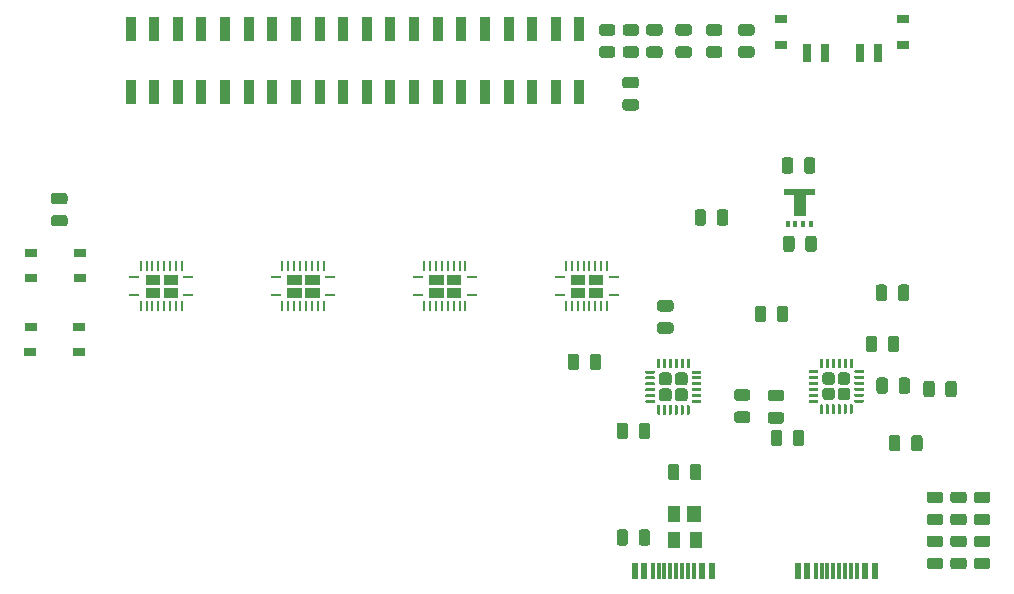
<source format=gbr>
%TF.GenerationSoftware,KiCad,Pcbnew,5.1.6+dfsg1-1~bpo10+1*%
%TF.CreationDate,2020-09-02T15:08:30+01:00*%
%TF.ProjectId,Ultra96-IO-Mezzanine,556c7472-6139-4362-9d49-4f2d4d657a7a,A*%
%TF.SameCoordinates,Original*%
%TF.FileFunction,Paste,Top*%
%TF.FilePolarity,Positive*%
%FSLAX46Y46*%
G04 Gerber Fmt 4.6, Leading zero omitted, Abs format (unit mm)*
G04 Created by KiCad (PCBNEW 5.1.6+dfsg1-1~bpo10+1) date 2020-09-02 15:08:30*
%MOMM*%
%LPD*%
G01*
G04 APERTURE LIST*
%ADD10C,0.010000*%
%ADD11R,0.860000X0.260000*%
%ADD12R,0.260000X0.860000*%
%ADD13R,1.050000X0.650000*%
%ADD14R,1.000000X0.800000*%
%ADD15R,0.700000X1.500000*%
%ADD16R,0.400000X0.550000*%
%ADD17R,0.600000X1.450000*%
%ADD18R,0.300000X1.450000*%
%ADD19R,0.890000X2.100000*%
%ADD20R,1.000000X1.400000*%
%ADD21R,1.200000X1.400000*%
G04 APERTURE END LIST*
D10*
%TO.C,U7*%
G36*
X148791600Y-122970400D02*
G01*
X148791600Y-122210400D01*
X149931600Y-122210400D01*
X149931600Y-122970400D01*
X148791600Y-122970400D01*
G37*
X148791600Y-122970400D02*
X148791600Y-122210400D01*
X149931600Y-122210400D01*
X149931600Y-122970400D01*
X148791600Y-122970400D01*
G36*
X148791600Y-123990400D02*
G01*
X148791600Y-123230400D01*
X149931600Y-123230400D01*
X149931600Y-123990400D01*
X148791600Y-123990400D01*
G37*
X148791600Y-123990400D02*
X148791600Y-123230400D01*
X149931600Y-123230400D01*
X149931600Y-123990400D01*
X148791600Y-123990400D01*
G36*
X147271600Y-123990400D02*
G01*
X147271600Y-123230400D01*
X148411600Y-123230400D01*
X148411600Y-123990400D01*
X147271600Y-123990400D01*
G37*
X147271600Y-123990400D02*
X147271600Y-123230400D01*
X148411600Y-123230400D01*
X148411600Y-123990400D01*
X147271600Y-123990400D01*
G36*
X147271600Y-122970400D02*
G01*
X147271600Y-122210400D01*
X148411600Y-122210400D01*
X148411600Y-122970400D01*
X147271600Y-122970400D01*
G37*
X147271600Y-122970400D02*
X147271600Y-122210400D01*
X148411600Y-122210400D01*
X148411600Y-122970400D01*
X147271600Y-122970400D01*
%TO.C,U6*%
G36*
X136791600Y-122970400D02*
G01*
X136791600Y-122210400D01*
X137931600Y-122210400D01*
X137931600Y-122970400D01*
X136791600Y-122970400D01*
G37*
X136791600Y-122970400D02*
X136791600Y-122210400D01*
X137931600Y-122210400D01*
X137931600Y-122970400D01*
X136791600Y-122970400D01*
G36*
X136791600Y-123990400D02*
G01*
X136791600Y-123230400D01*
X137931600Y-123230400D01*
X137931600Y-123990400D01*
X136791600Y-123990400D01*
G37*
X136791600Y-123990400D02*
X136791600Y-123230400D01*
X137931600Y-123230400D01*
X137931600Y-123990400D01*
X136791600Y-123990400D01*
G36*
X135271600Y-123990400D02*
G01*
X135271600Y-123230400D01*
X136411600Y-123230400D01*
X136411600Y-123990400D01*
X135271600Y-123990400D01*
G37*
X135271600Y-123990400D02*
X135271600Y-123230400D01*
X136411600Y-123230400D01*
X136411600Y-123990400D01*
X135271600Y-123990400D01*
G36*
X135271600Y-122970400D02*
G01*
X135271600Y-122210400D01*
X136411600Y-122210400D01*
X136411600Y-122970400D01*
X135271600Y-122970400D01*
G37*
X135271600Y-122970400D02*
X135271600Y-122210400D01*
X136411600Y-122210400D01*
X136411600Y-122970400D01*
X135271600Y-122970400D01*
%TO.C,U5*%
G36*
X124791600Y-122970400D02*
G01*
X124791600Y-122210400D01*
X125931600Y-122210400D01*
X125931600Y-122970400D01*
X124791600Y-122970400D01*
G37*
X124791600Y-122970400D02*
X124791600Y-122210400D01*
X125931600Y-122210400D01*
X125931600Y-122970400D01*
X124791600Y-122970400D01*
G36*
X124791600Y-123990400D02*
G01*
X124791600Y-123230400D01*
X125931600Y-123230400D01*
X125931600Y-123990400D01*
X124791600Y-123990400D01*
G37*
X124791600Y-123990400D02*
X124791600Y-123230400D01*
X125931600Y-123230400D01*
X125931600Y-123990400D01*
X124791600Y-123990400D01*
G36*
X123271600Y-123990400D02*
G01*
X123271600Y-123230400D01*
X124411600Y-123230400D01*
X124411600Y-123990400D01*
X123271600Y-123990400D01*
G37*
X123271600Y-123990400D02*
X123271600Y-123230400D01*
X124411600Y-123230400D01*
X124411600Y-123990400D01*
X123271600Y-123990400D01*
G36*
X123271600Y-122970400D02*
G01*
X123271600Y-122210400D01*
X124411600Y-122210400D01*
X124411600Y-122970400D01*
X123271600Y-122970400D01*
G37*
X123271600Y-122970400D02*
X123271600Y-122210400D01*
X124411600Y-122210400D01*
X124411600Y-122970400D01*
X123271600Y-122970400D01*
%TO.C,U3*%
G36*
X112791600Y-122970400D02*
G01*
X112791600Y-122210400D01*
X113931600Y-122210400D01*
X113931600Y-122970400D01*
X112791600Y-122970400D01*
G37*
X112791600Y-122970400D02*
X112791600Y-122210400D01*
X113931600Y-122210400D01*
X113931600Y-122970400D01*
X112791600Y-122970400D01*
G36*
X112791600Y-123990400D02*
G01*
X112791600Y-123230400D01*
X113931600Y-123230400D01*
X113931600Y-123990400D01*
X112791600Y-123990400D01*
G37*
X112791600Y-123990400D02*
X112791600Y-123230400D01*
X113931600Y-123230400D01*
X113931600Y-123990400D01*
X112791600Y-123990400D01*
G36*
X111271600Y-123990400D02*
G01*
X111271600Y-123230400D01*
X112411600Y-123230400D01*
X112411600Y-123990400D01*
X111271600Y-123990400D01*
G37*
X111271600Y-123990400D02*
X111271600Y-123230400D01*
X112411600Y-123230400D01*
X112411600Y-123990400D01*
X111271600Y-123990400D01*
G36*
X111271600Y-122970400D02*
G01*
X111271600Y-122210400D01*
X112411600Y-122210400D01*
X112411600Y-122970400D01*
X111271600Y-122970400D01*
G37*
X111271600Y-122970400D02*
X111271600Y-122210400D01*
X112411600Y-122210400D01*
X112411600Y-122970400D01*
X111271600Y-122970400D01*
%TO.C,Q1*%
G36*
X166146500Y-117075200D02*
G01*
X166146500Y-115335200D01*
X167076500Y-115335200D01*
X167076500Y-117075200D01*
X166146500Y-117075200D01*
G37*
X166146500Y-117075200D02*
X166146500Y-115335200D01*
X167076500Y-115335200D01*
X167076500Y-117075200D01*
X166146500Y-117075200D01*
G36*
X165361500Y-115285200D02*
G01*
X165361500Y-114885200D01*
X165911500Y-114885200D01*
X165911500Y-115285200D01*
X165361500Y-115285200D01*
G37*
X165361500Y-115285200D02*
X165361500Y-114885200D01*
X165911500Y-114885200D01*
X165911500Y-115285200D01*
X165361500Y-115285200D01*
G36*
X166011500Y-115285200D02*
G01*
X166011500Y-114885200D01*
X166561500Y-114885200D01*
X166561500Y-115285200D01*
X166011500Y-115285200D01*
G37*
X166011500Y-115285200D02*
X166011500Y-114885200D01*
X166561500Y-114885200D01*
X166561500Y-115285200D01*
X166011500Y-115285200D01*
G36*
X166661500Y-115285200D02*
G01*
X166661500Y-114885200D01*
X167211500Y-114885200D01*
X167211500Y-115285200D01*
X166661500Y-115285200D01*
G37*
X166661500Y-115285200D02*
X166661500Y-114885200D01*
X167211500Y-114885200D01*
X167211500Y-115285200D01*
X166661500Y-115285200D01*
G36*
X167311500Y-115285200D02*
G01*
X167311500Y-114885200D01*
X167861500Y-114885200D01*
X167861500Y-115285200D01*
X167311500Y-115285200D01*
G37*
X167311500Y-115285200D02*
X167311500Y-114885200D01*
X167861500Y-114885200D01*
X167861500Y-115285200D01*
X167311500Y-115285200D01*
%TD*%
%TO.C,R13*%
G36*
G01*
X179643750Y-142387500D02*
X180556250Y-142387500D01*
G75*
G02*
X180800000Y-142631250I0J-243750D01*
G01*
X180800000Y-143118750D01*
G75*
G02*
X180556250Y-143362500I-243750J0D01*
G01*
X179643750Y-143362500D01*
G75*
G02*
X179400000Y-143118750I0J243750D01*
G01*
X179400000Y-142631250D01*
G75*
G02*
X179643750Y-142387500I243750J0D01*
G01*
G37*
G36*
G01*
X179643750Y-140512500D02*
X180556250Y-140512500D01*
G75*
G02*
X180800000Y-140756250I0J-243750D01*
G01*
X180800000Y-141243750D01*
G75*
G02*
X180556250Y-141487500I-243750J0D01*
G01*
X179643750Y-141487500D01*
G75*
G02*
X179400000Y-141243750I0J243750D01*
G01*
X179400000Y-140756250D01*
G75*
G02*
X179643750Y-140512500I243750J0D01*
G01*
G37*
%TD*%
%TO.C,R12*%
G36*
G01*
X181643750Y-142387500D02*
X182556250Y-142387500D01*
G75*
G02*
X182800000Y-142631250I0J-243750D01*
G01*
X182800000Y-143118750D01*
G75*
G02*
X182556250Y-143362500I-243750J0D01*
G01*
X181643750Y-143362500D01*
G75*
G02*
X181400000Y-143118750I0J243750D01*
G01*
X181400000Y-142631250D01*
G75*
G02*
X181643750Y-142387500I243750J0D01*
G01*
G37*
G36*
G01*
X181643750Y-140512500D02*
X182556250Y-140512500D01*
G75*
G02*
X182800000Y-140756250I0J-243750D01*
G01*
X182800000Y-141243750D01*
G75*
G02*
X182556250Y-141487500I-243750J0D01*
G01*
X181643750Y-141487500D01*
G75*
G02*
X181400000Y-141243750I0J243750D01*
G01*
X181400000Y-140756250D01*
G75*
G02*
X181643750Y-140512500I243750J0D01*
G01*
G37*
%TD*%
%TO.C,R11*%
G36*
G01*
X177643750Y-142387500D02*
X178556250Y-142387500D01*
G75*
G02*
X178800000Y-142631250I0J-243750D01*
G01*
X178800000Y-143118750D01*
G75*
G02*
X178556250Y-143362500I-243750J0D01*
G01*
X177643750Y-143362500D01*
G75*
G02*
X177400000Y-143118750I0J243750D01*
G01*
X177400000Y-142631250D01*
G75*
G02*
X177643750Y-142387500I243750J0D01*
G01*
G37*
G36*
G01*
X177643750Y-140512500D02*
X178556250Y-140512500D01*
G75*
G02*
X178800000Y-140756250I0J-243750D01*
G01*
X178800000Y-141243750D01*
G75*
G02*
X178556250Y-141487500I-243750J0D01*
G01*
X177643750Y-141487500D01*
G75*
G02*
X177400000Y-141243750I0J243750D01*
G01*
X177400000Y-140756250D01*
G75*
G02*
X177643750Y-140512500I243750J0D01*
G01*
G37*
%TD*%
%TO.C,D10*%
G36*
G01*
X180556250Y-145212500D02*
X179643750Y-145212500D01*
G75*
G02*
X179400000Y-144968750I0J243750D01*
G01*
X179400000Y-144481250D01*
G75*
G02*
X179643750Y-144237500I243750J0D01*
G01*
X180556250Y-144237500D01*
G75*
G02*
X180800000Y-144481250I0J-243750D01*
G01*
X180800000Y-144968750D01*
G75*
G02*
X180556250Y-145212500I-243750J0D01*
G01*
G37*
G36*
G01*
X180556250Y-147087500D02*
X179643750Y-147087500D01*
G75*
G02*
X179400000Y-146843750I0J243750D01*
G01*
X179400000Y-146356250D01*
G75*
G02*
X179643750Y-146112500I243750J0D01*
G01*
X180556250Y-146112500D01*
G75*
G02*
X180800000Y-146356250I0J-243750D01*
G01*
X180800000Y-146843750D01*
G75*
G02*
X180556250Y-147087500I-243750J0D01*
G01*
G37*
%TD*%
%TO.C,D9*%
G36*
G01*
X182556250Y-145212500D02*
X181643750Y-145212500D01*
G75*
G02*
X181400000Y-144968750I0J243750D01*
G01*
X181400000Y-144481250D01*
G75*
G02*
X181643750Y-144237500I243750J0D01*
G01*
X182556250Y-144237500D01*
G75*
G02*
X182800000Y-144481250I0J-243750D01*
G01*
X182800000Y-144968750D01*
G75*
G02*
X182556250Y-145212500I-243750J0D01*
G01*
G37*
G36*
G01*
X182556250Y-147087500D02*
X181643750Y-147087500D01*
G75*
G02*
X181400000Y-146843750I0J243750D01*
G01*
X181400000Y-146356250D01*
G75*
G02*
X181643750Y-146112500I243750J0D01*
G01*
X182556250Y-146112500D01*
G75*
G02*
X182800000Y-146356250I0J-243750D01*
G01*
X182800000Y-146843750D01*
G75*
G02*
X182556250Y-147087500I-243750J0D01*
G01*
G37*
%TD*%
%TO.C,D8*%
G36*
G01*
X178556250Y-145212500D02*
X177643750Y-145212500D01*
G75*
G02*
X177400000Y-144968750I0J243750D01*
G01*
X177400000Y-144481250D01*
G75*
G02*
X177643750Y-144237500I243750J0D01*
G01*
X178556250Y-144237500D01*
G75*
G02*
X178800000Y-144481250I0J-243750D01*
G01*
X178800000Y-144968750D01*
G75*
G02*
X178556250Y-145212500I-243750J0D01*
G01*
G37*
G36*
G01*
X178556250Y-147087500D02*
X177643750Y-147087500D01*
G75*
G02*
X177400000Y-146843750I0J243750D01*
G01*
X177400000Y-146356250D01*
G75*
G02*
X177643750Y-146112500I243750J0D01*
G01*
X178556250Y-146112500D01*
G75*
G02*
X178800000Y-146356250I0J-243750D01*
G01*
X178800000Y-146843750D01*
G75*
G02*
X178556250Y-147087500I-243750J0D01*
G01*
G37*
%TD*%
D11*
%TO.C,U7*%
X150887600Y-123862400D03*
X150887600Y-122338400D03*
X146315600Y-122338400D03*
X146315600Y-123862400D03*
D12*
X146851600Y-124785400D03*
X147351600Y-124785400D03*
X147851600Y-124785400D03*
X148351600Y-124785400D03*
X148851600Y-124785400D03*
X149351600Y-124785400D03*
X149851600Y-124785400D03*
X150351600Y-124785400D03*
X150351600Y-121415400D03*
X149851600Y-121415400D03*
X149351600Y-121415400D03*
X148851600Y-121415400D03*
X148351600Y-121415400D03*
X147851600Y-121415400D03*
X147351600Y-121415400D03*
X146851600Y-121415400D03*
%TD*%
D11*
%TO.C,U6*%
X138887600Y-123862400D03*
X138887600Y-122338400D03*
X134315600Y-122338400D03*
X134315600Y-123862400D03*
D12*
X134851600Y-124785400D03*
X135351600Y-124785400D03*
X135851600Y-124785400D03*
X136351600Y-124785400D03*
X136851600Y-124785400D03*
X137351600Y-124785400D03*
X137851600Y-124785400D03*
X138351600Y-124785400D03*
X138351600Y-121415400D03*
X137851600Y-121415400D03*
X137351600Y-121415400D03*
X136851600Y-121415400D03*
X136351600Y-121415400D03*
X135851600Y-121415400D03*
X135351600Y-121415400D03*
X134851600Y-121415400D03*
%TD*%
D11*
%TO.C,U5*%
X126887600Y-123862400D03*
X126887600Y-122338400D03*
X122315600Y-122338400D03*
X122315600Y-123862400D03*
D12*
X122851600Y-124785400D03*
X123351600Y-124785400D03*
X123851600Y-124785400D03*
X124351600Y-124785400D03*
X124851600Y-124785400D03*
X125351600Y-124785400D03*
X125851600Y-124785400D03*
X126351600Y-124785400D03*
X126351600Y-121415400D03*
X125851600Y-121415400D03*
X125351600Y-121415400D03*
X124851600Y-121415400D03*
X124351600Y-121415400D03*
X123851600Y-121415400D03*
X123351600Y-121415400D03*
X122851600Y-121415400D03*
%TD*%
%TO.C,U3*%
X110851600Y-121415400D03*
X111351600Y-121415400D03*
X111851600Y-121415400D03*
X112351600Y-121415400D03*
X112851600Y-121415400D03*
X113351600Y-121415400D03*
X113851600Y-121415400D03*
X114351600Y-121415400D03*
X114351600Y-124785400D03*
X113851600Y-124785400D03*
X113351600Y-124785400D03*
X112851600Y-124785400D03*
X112351600Y-124785400D03*
X111851600Y-124785400D03*
X111351600Y-124785400D03*
X110851600Y-124785400D03*
D11*
X110315600Y-123862400D03*
X110315600Y-122338400D03*
X114887600Y-122338400D03*
X114887600Y-123862400D03*
%TD*%
D13*
%TO.C,RST*%
X101540000Y-126555000D03*
X101515000Y-128705000D03*
X105665000Y-126555000D03*
X105665000Y-128705000D03*
%TD*%
%TO.C,PWR*%
X101610000Y-120305000D03*
X101585000Y-122455000D03*
X105735000Y-120305000D03*
X105735000Y-122455000D03*
%TD*%
D14*
%TO.C,5v|3v3|1v8*%
X175410000Y-102690000D03*
X165110000Y-102690000D03*
X165110000Y-100480000D03*
X175410000Y-100480000D03*
D15*
X167260000Y-103340000D03*
X168760000Y-103340000D03*
X171760000Y-103340000D03*
X173260000Y-103340000D03*
%TD*%
%TO.C,R10*%
G36*
G01*
X151880450Y-107267600D02*
X152792950Y-107267600D01*
G75*
G02*
X153036700Y-107511350I0J-243750D01*
G01*
X153036700Y-107998850D01*
G75*
G02*
X152792950Y-108242600I-243750J0D01*
G01*
X151880450Y-108242600D01*
G75*
G02*
X151636700Y-107998850I0J243750D01*
G01*
X151636700Y-107511350D01*
G75*
G02*
X151880450Y-107267600I243750J0D01*
G01*
G37*
G36*
G01*
X151880450Y-105392600D02*
X152792950Y-105392600D01*
G75*
G02*
X153036700Y-105636350I0J-243750D01*
G01*
X153036700Y-106123850D01*
G75*
G02*
X152792950Y-106367600I-243750J0D01*
G01*
X151880450Y-106367600D01*
G75*
G02*
X151636700Y-106123850I0J243750D01*
G01*
X151636700Y-105636350D01*
G75*
G02*
X151880450Y-105392600I243750J0D01*
G01*
G37*
%TD*%
%TO.C,R9*%
G36*
G01*
X166112500Y-112443750D02*
X166112500Y-113356250D01*
G75*
G02*
X165868750Y-113600000I-243750J0D01*
G01*
X165381250Y-113600000D01*
G75*
G02*
X165137500Y-113356250I0J243750D01*
G01*
X165137500Y-112443750D01*
G75*
G02*
X165381250Y-112200000I243750J0D01*
G01*
X165868750Y-112200000D01*
G75*
G02*
X166112500Y-112443750I0J-243750D01*
G01*
G37*
G36*
G01*
X167987500Y-112443750D02*
X167987500Y-113356250D01*
G75*
G02*
X167743750Y-113600000I-243750J0D01*
G01*
X167256250Y-113600000D01*
G75*
G02*
X167012500Y-113356250I0J243750D01*
G01*
X167012500Y-112443750D01*
G75*
G02*
X167256250Y-112200000I243750J0D01*
G01*
X167743750Y-112200000D01*
G75*
G02*
X167987500Y-112443750I0J-243750D01*
G01*
G37*
%TD*%
%TO.C,R8*%
G36*
G01*
X163814300Y-125019950D02*
X163814300Y-125932450D01*
G75*
G02*
X163570550Y-126176200I-243750J0D01*
G01*
X163083050Y-126176200D01*
G75*
G02*
X162839300Y-125932450I0J243750D01*
G01*
X162839300Y-125019950D01*
G75*
G02*
X163083050Y-124776200I243750J0D01*
G01*
X163570550Y-124776200D01*
G75*
G02*
X163814300Y-125019950I0J-243750D01*
G01*
G37*
G36*
G01*
X165689300Y-125019950D02*
X165689300Y-125932450D01*
G75*
G02*
X165445550Y-126176200I-243750J0D01*
G01*
X164958050Y-126176200D01*
G75*
G02*
X164714300Y-125932450I0J243750D01*
G01*
X164714300Y-125019950D01*
G75*
G02*
X164958050Y-124776200I243750J0D01*
G01*
X165445550Y-124776200D01*
G75*
G02*
X165689300Y-125019950I0J-243750D01*
G01*
G37*
%TD*%
%TO.C,R7*%
G36*
G01*
X167114600Y-119988850D02*
X167114600Y-119076350D01*
G75*
G02*
X167358350Y-118832600I243750J0D01*
G01*
X167845850Y-118832600D01*
G75*
G02*
X168089600Y-119076350I0J-243750D01*
G01*
X168089600Y-119988850D01*
G75*
G02*
X167845850Y-120232600I-243750J0D01*
G01*
X167358350Y-120232600D01*
G75*
G02*
X167114600Y-119988850I0J243750D01*
G01*
G37*
G36*
G01*
X165239600Y-119988850D02*
X165239600Y-119076350D01*
G75*
G02*
X165483350Y-118832600I243750J0D01*
G01*
X165970850Y-118832600D01*
G75*
G02*
X166214600Y-119076350I0J-243750D01*
G01*
X166214600Y-119988850D01*
G75*
G02*
X165970850Y-120232600I-243750J0D01*
G01*
X165483350Y-120232600D01*
G75*
G02*
X165239600Y-119988850I0J243750D01*
G01*
G37*
%TD*%
%TO.C,R6*%
G36*
G01*
X159629700Y-117766350D02*
X159629700Y-116853850D01*
G75*
G02*
X159873450Y-116610100I243750J0D01*
G01*
X160360950Y-116610100D01*
G75*
G02*
X160604700Y-116853850I0J-243750D01*
G01*
X160604700Y-117766350D01*
G75*
G02*
X160360950Y-118010100I-243750J0D01*
G01*
X159873450Y-118010100D01*
G75*
G02*
X159629700Y-117766350I0J243750D01*
G01*
G37*
G36*
G01*
X157754700Y-117766350D02*
X157754700Y-116853850D01*
G75*
G02*
X157998450Y-116610100I243750J0D01*
G01*
X158485950Y-116610100D01*
G75*
G02*
X158729700Y-116853850I0J-243750D01*
G01*
X158729700Y-117766350D01*
G75*
G02*
X158485950Y-118010100I-243750J0D01*
G01*
X157998450Y-118010100D01*
G75*
G02*
X157754700Y-117766350I0J243750D01*
G01*
G37*
%TD*%
%TO.C,R5*%
G36*
G01*
X157276250Y-101907500D02*
X156363750Y-101907500D01*
G75*
G02*
X156120000Y-101663750I0J243750D01*
G01*
X156120000Y-101176250D01*
G75*
G02*
X156363750Y-100932500I243750J0D01*
G01*
X157276250Y-100932500D01*
G75*
G02*
X157520000Y-101176250I0J-243750D01*
G01*
X157520000Y-101663750D01*
G75*
G02*
X157276250Y-101907500I-243750J0D01*
G01*
G37*
G36*
G01*
X157276250Y-103782500D02*
X156363750Y-103782500D01*
G75*
G02*
X156120000Y-103538750I0J243750D01*
G01*
X156120000Y-103051250D01*
G75*
G02*
X156363750Y-102807500I243750J0D01*
G01*
X157276250Y-102807500D01*
G75*
G02*
X157520000Y-103051250I0J-243750D01*
G01*
X157520000Y-103538750D01*
G75*
G02*
X157276250Y-103782500I-243750J0D01*
G01*
G37*
%TD*%
%TO.C,R4*%
G36*
G01*
X154806250Y-101907500D02*
X153893750Y-101907500D01*
G75*
G02*
X153650000Y-101663750I0J243750D01*
G01*
X153650000Y-101176250D01*
G75*
G02*
X153893750Y-100932500I243750J0D01*
G01*
X154806250Y-100932500D01*
G75*
G02*
X155050000Y-101176250I0J-243750D01*
G01*
X155050000Y-101663750D01*
G75*
G02*
X154806250Y-101907500I-243750J0D01*
G01*
G37*
G36*
G01*
X154806250Y-103782500D02*
X153893750Y-103782500D01*
G75*
G02*
X153650000Y-103538750I0J243750D01*
G01*
X153650000Y-103051250D01*
G75*
G02*
X153893750Y-102807500I243750J0D01*
G01*
X154806250Y-102807500D01*
G75*
G02*
X155050000Y-103051250I0J-243750D01*
G01*
X155050000Y-103538750D01*
G75*
G02*
X154806250Y-103782500I-243750J0D01*
G01*
G37*
%TD*%
%TO.C,R3*%
G36*
G01*
X175176200Y-135954650D02*
X175176200Y-136867150D01*
G75*
G02*
X174932450Y-137110900I-243750J0D01*
G01*
X174444950Y-137110900D01*
G75*
G02*
X174201200Y-136867150I0J243750D01*
G01*
X174201200Y-135954650D01*
G75*
G02*
X174444950Y-135710900I243750J0D01*
G01*
X174932450Y-135710900D01*
G75*
G02*
X175176200Y-135954650I0J-243750D01*
G01*
G37*
G36*
G01*
X177051200Y-135954650D02*
X177051200Y-136867150D01*
G75*
G02*
X176807450Y-137110900I-243750J0D01*
G01*
X176319950Y-137110900D01*
G75*
G02*
X176076200Y-136867150I0J243750D01*
G01*
X176076200Y-135954650D01*
G75*
G02*
X176319950Y-135710900I243750J0D01*
G01*
X176807450Y-135710900D01*
G75*
G02*
X177051200Y-135954650I0J-243750D01*
G01*
G37*
%TD*%
%TO.C,R2*%
G36*
G01*
X174112300Y-128472450D02*
X174112300Y-127559950D01*
G75*
G02*
X174356050Y-127316200I243750J0D01*
G01*
X174843550Y-127316200D01*
G75*
G02*
X175087300Y-127559950I0J-243750D01*
G01*
X175087300Y-128472450D01*
G75*
G02*
X174843550Y-128716200I-243750J0D01*
G01*
X174356050Y-128716200D01*
G75*
G02*
X174112300Y-128472450I0J243750D01*
G01*
G37*
G36*
G01*
X172237300Y-128472450D02*
X172237300Y-127559950D01*
G75*
G02*
X172481050Y-127316200I243750J0D01*
G01*
X172968550Y-127316200D01*
G75*
G02*
X173212300Y-127559950I0J-243750D01*
G01*
X173212300Y-128472450D01*
G75*
G02*
X172968550Y-128716200I-243750J0D01*
G01*
X172481050Y-128716200D01*
G75*
G02*
X172237300Y-128472450I0J243750D01*
G01*
G37*
%TD*%
%TO.C,R1*%
G36*
G01*
X174122100Y-131090550D02*
X174122100Y-132003050D01*
G75*
G02*
X173878350Y-132246800I-243750J0D01*
G01*
X173390850Y-132246800D01*
G75*
G02*
X173147100Y-132003050I0J243750D01*
G01*
X173147100Y-131090550D01*
G75*
G02*
X173390850Y-130846800I243750J0D01*
G01*
X173878350Y-130846800D01*
G75*
G02*
X174122100Y-131090550I0J-243750D01*
G01*
G37*
G36*
G01*
X175997100Y-131090550D02*
X175997100Y-132003050D01*
G75*
G02*
X175753350Y-132246800I-243750J0D01*
G01*
X175265850Y-132246800D01*
G75*
G02*
X175022100Y-132003050I0J243750D01*
G01*
X175022100Y-131090550D01*
G75*
G02*
X175265850Y-130846800I243750J0D01*
G01*
X175753350Y-130846800D01*
G75*
G02*
X175997100Y-131090550I0J-243750D01*
G01*
G37*
%TD*%
D16*
%TO.C,Q1*%
X167586500Y-117885200D03*
X165636500Y-117885200D03*
X166936500Y-117885200D03*
X166286500Y-117885200D03*
%TD*%
%TO.C,D7*%
G36*
G01*
X165099250Y-132872500D02*
X164186750Y-132872500D01*
G75*
G02*
X163943000Y-132628750I0J243750D01*
G01*
X163943000Y-132141250D01*
G75*
G02*
X164186750Y-131897500I243750J0D01*
G01*
X165099250Y-131897500D01*
G75*
G02*
X165343000Y-132141250I0J-243750D01*
G01*
X165343000Y-132628750D01*
G75*
G02*
X165099250Y-132872500I-243750J0D01*
G01*
G37*
G36*
G01*
X165099250Y-134747500D02*
X164186750Y-134747500D01*
G75*
G02*
X163943000Y-134503750I0J243750D01*
G01*
X163943000Y-134016250D01*
G75*
G02*
X164186750Y-133772500I243750J0D01*
G01*
X165099250Y-133772500D01*
G75*
G02*
X165343000Y-134016250I0J-243750D01*
G01*
X165343000Y-134503750D01*
G75*
G02*
X165099250Y-134747500I-243750J0D01*
G01*
G37*
%TD*%
%TO.C,D6*%
G36*
G01*
X152117600Y-143942950D02*
X152117600Y-144855450D01*
G75*
G02*
X151873850Y-145099200I-243750J0D01*
G01*
X151386350Y-145099200D01*
G75*
G02*
X151142600Y-144855450I0J243750D01*
G01*
X151142600Y-143942950D01*
G75*
G02*
X151386350Y-143699200I243750J0D01*
G01*
X151873850Y-143699200D01*
G75*
G02*
X152117600Y-143942950I0J-243750D01*
G01*
G37*
G36*
G01*
X153992600Y-143942950D02*
X153992600Y-144855450D01*
G75*
G02*
X153748850Y-145099200I-243750J0D01*
G01*
X153261350Y-145099200D01*
G75*
G02*
X153017600Y-144855450I0J243750D01*
G01*
X153017600Y-143942950D01*
G75*
G02*
X153261350Y-143699200I243750J0D01*
G01*
X153748850Y-143699200D01*
G75*
G02*
X153992600Y-143942950I0J-243750D01*
G01*
G37*
%TD*%
%TO.C,D5*%
G36*
G01*
X162241750Y-132821700D02*
X161329250Y-132821700D01*
G75*
G02*
X161085500Y-132577950I0J243750D01*
G01*
X161085500Y-132090450D01*
G75*
G02*
X161329250Y-131846700I243750J0D01*
G01*
X162241750Y-131846700D01*
G75*
G02*
X162485500Y-132090450I0J-243750D01*
G01*
X162485500Y-132577950D01*
G75*
G02*
X162241750Y-132821700I-243750J0D01*
G01*
G37*
G36*
G01*
X162241750Y-134696700D02*
X161329250Y-134696700D01*
G75*
G02*
X161085500Y-134452950I0J243750D01*
G01*
X161085500Y-133965450D01*
G75*
G02*
X161329250Y-133721700I243750J0D01*
G01*
X162241750Y-133721700D01*
G75*
G02*
X162485500Y-133965450I0J-243750D01*
G01*
X162485500Y-134452950D01*
G75*
G02*
X162241750Y-134696700I-243750J0D01*
G01*
G37*
%TD*%
%TO.C,D4*%
G36*
G01*
X151893750Y-102807500D02*
X152806250Y-102807500D01*
G75*
G02*
X153050000Y-103051250I0J-243750D01*
G01*
X153050000Y-103538750D01*
G75*
G02*
X152806250Y-103782500I-243750J0D01*
G01*
X151893750Y-103782500D01*
G75*
G02*
X151650000Y-103538750I0J243750D01*
G01*
X151650000Y-103051250D01*
G75*
G02*
X151893750Y-102807500I243750J0D01*
G01*
G37*
G36*
G01*
X151893750Y-100932500D02*
X152806250Y-100932500D01*
G75*
G02*
X153050000Y-101176250I0J-243750D01*
G01*
X153050000Y-101663750D01*
G75*
G02*
X152806250Y-101907500I-243750J0D01*
G01*
X151893750Y-101907500D01*
G75*
G02*
X151650000Y-101663750I0J243750D01*
G01*
X151650000Y-101176250D01*
G75*
G02*
X151893750Y-100932500I243750J0D01*
G01*
G37*
%TD*%
%TO.C,D2*%
G36*
G01*
X162586250Y-101907500D02*
X161673750Y-101907500D01*
G75*
G02*
X161430000Y-101663750I0J243750D01*
G01*
X161430000Y-101176250D01*
G75*
G02*
X161673750Y-100932500I243750J0D01*
G01*
X162586250Y-100932500D01*
G75*
G02*
X162830000Y-101176250I0J-243750D01*
G01*
X162830000Y-101663750D01*
G75*
G02*
X162586250Y-101907500I-243750J0D01*
G01*
G37*
G36*
G01*
X162586250Y-103782500D02*
X161673750Y-103782500D01*
G75*
G02*
X161430000Y-103538750I0J243750D01*
G01*
X161430000Y-103051250D01*
G75*
G02*
X161673750Y-102807500I243750J0D01*
G01*
X162586250Y-102807500D01*
G75*
G02*
X162830000Y-103051250I0J-243750D01*
G01*
X162830000Y-103538750D01*
G75*
G02*
X162586250Y-103782500I-243750J0D01*
G01*
G37*
%TD*%
%TO.C,D1*%
G36*
G01*
X159866250Y-101907500D02*
X158953750Y-101907500D01*
G75*
G02*
X158710000Y-101663750I0J243750D01*
G01*
X158710000Y-101176250D01*
G75*
G02*
X158953750Y-100932500I243750J0D01*
G01*
X159866250Y-100932500D01*
G75*
G02*
X160110000Y-101176250I0J-243750D01*
G01*
X160110000Y-101663750D01*
G75*
G02*
X159866250Y-101907500I-243750J0D01*
G01*
G37*
G36*
G01*
X159866250Y-103782500D02*
X158953750Y-103782500D01*
G75*
G02*
X158710000Y-103538750I0J243750D01*
G01*
X158710000Y-103051250D01*
G75*
G02*
X158953750Y-102807500I243750J0D01*
G01*
X159866250Y-102807500D01*
G75*
G02*
X160110000Y-103051250I0J-243750D01*
G01*
X160110000Y-103538750D01*
G75*
G02*
X159866250Y-103782500I-243750J0D01*
G01*
G37*
%TD*%
%TO.C,C9*%
G36*
G01*
X152125700Y-134913250D02*
X152125700Y-135825750D01*
G75*
G02*
X151881950Y-136069500I-243750J0D01*
G01*
X151394450Y-136069500D01*
G75*
G02*
X151150700Y-135825750I0J243750D01*
G01*
X151150700Y-134913250D01*
G75*
G02*
X151394450Y-134669500I243750J0D01*
G01*
X151881950Y-134669500D01*
G75*
G02*
X152125700Y-134913250I0J-243750D01*
G01*
G37*
G36*
G01*
X154000700Y-134913250D02*
X154000700Y-135825750D01*
G75*
G02*
X153756950Y-136069500I-243750J0D01*
G01*
X153269450Y-136069500D01*
G75*
G02*
X153025700Y-135825750I0J243750D01*
G01*
X153025700Y-134913250D01*
G75*
G02*
X153269450Y-134669500I243750J0D01*
G01*
X153756950Y-134669500D01*
G75*
G02*
X154000700Y-134913250I0J-243750D01*
G01*
G37*
%TD*%
%TO.C,C8*%
G36*
G01*
X149893750Y-102807500D02*
X150806250Y-102807500D01*
G75*
G02*
X151050000Y-103051250I0J-243750D01*
G01*
X151050000Y-103538750D01*
G75*
G02*
X150806250Y-103782500I-243750J0D01*
G01*
X149893750Y-103782500D01*
G75*
G02*
X149650000Y-103538750I0J243750D01*
G01*
X149650000Y-103051250D01*
G75*
G02*
X149893750Y-102807500I243750J0D01*
G01*
G37*
G36*
G01*
X149893750Y-100932500D02*
X150806250Y-100932500D01*
G75*
G02*
X151050000Y-101176250I0J-243750D01*
G01*
X151050000Y-101663750D01*
G75*
G02*
X150806250Y-101907500I-243750J0D01*
G01*
X149893750Y-101907500D01*
G75*
G02*
X149650000Y-101663750I0J243750D01*
G01*
X149650000Y-101176250D01*
G75*
G02*
X149893750Y-100932500I243750J0D01*
G01*
G37*
%TD*%
%TO.C,C7*%
G36*
G01*
X155726650Y-125265200D02*
X154814150Y-125265200D01*
G75*
G02*
X154570400Y-125021450I0J243750D01*
G01*
X154570400Y-124533950D01*
G75*
G02*
X154814150Y-124290200I243750J0D01*
G01*
X155726650Y-124290200D01*
G75*
G02*
X155970400Y-124533950I0J-243750D01*
G01*
X155970400Y-125021450D01*
G75*
G02*
X155726650Y-125265200I-243750J0D01*
G01*
G37*
G36*
G01*
X155726650Y-127140200D02*
X154814150Y-127140200D01*
G75*
G02*
X154570400Y-126896450I0J243750D01*
G01*
X154570400Y-126408950D01*
G75*
G02*
X154814150Y-126165200I243750J0D01*
G01*
X155726650Y-126165200D01*
G75*
G02*
X155970400Y-126408950I0J-243750D01*
G01*
X155970400Y-126896450D01*
G75*
G02*
X155726650Y-127140200I-243750J0D01*
G01*
G37*
%TD*%
%TO.C,C6*%
G36*
G01*
X147972800Y-129071250D02*
X147972800Y-129983750D01*
G75*
G02*
X147729050Y-130227500I-243750J0D01*
G01*
X147241550Y-130227500D01*
G75*
G02*
X146997800Y-129983750I0J243750D01*
G01*
X146997800Y-129071250D01*
G75*
G02*
X147241550Y-128827500I243750J0D01*
G01*
X147729050Y-128827500D01*
G75*
G02*
X147972800Y-129071250I0J-243750D01*
G01*
G37*
G36*
G01*
X149847800Y-129071250D02*
X149847800Y-129983750D01*
G75*
G02*
X149604050Y-130227500I-243750J0D01*
G01*
X149116550Y-130227500D01*
G75*
G02*
X148872800Y-129983750I0J243750D01*
G01*
X148872800Y-129071250D01*
G75*
G02*
X149116550Y-128827500I243750J0D01*
G01*
X149604050Y-128827500D01*
G75*
G02*
X149847800Y-129071250I0J-243750D01*
G01*
G37*
%TD*%
%TO.C,C5*%
G36*
G01*
X166077500Y-136426250D02*
X166077500Y-135513750D01*
G75*
G02*
X166321250Y-135270000I243750J0D01*
G01*
X166808750Y-135270000D01*
G75*
G02*
X167052500Y-135513750I0J-243750D01*
G01*
X167052500Y-136426250D01*
G75*
G02*
X166808750Y-136670000I-243750J0D01*
G01*
X166321250Y-136670000D01*
G75*
G02*
X166077500Y-136426250I0J243750D01*
G01*
G37*
G36*
G01*
X164202500Y-136426250D02*
X164202500Y-135513750D01*
G75*
G02*
X164446250Y-135270000I243750J0D01*
G01*
X164933750Y-135270000D01*
G75*
G02*
X165177500Y-135513750I0J-243750D01*
G01*
X165177500Y-136426250D01*
G75*
G02*
X164933750Y-136670000I-243750J0D01*
G01*
X164446250Y-136670000D01*
G75*
G02*
X164202500Y-136426250I0J243750D01*
G01*
G37*
%TD*%
%TO.C,C4*%
G36*
G01*
X178984500Y-132282450D02*
X178984500Y-131369950D01*
G75*
G02*
X179228250Y-131126200I243750J0D01*
G01*
X179715750Y-131126200D01*
G75*
G02*
X179959500Y-131369950I0J-243750D01*
G01*
X179959500Y-132282450D01*
G75*
G02*
X179715750Y-132526200I-243750J0D01*
G01*
X179228250Y-132526200D01*
G75*
G02*
X178984500Y-132282450I0J243750D01*
G01*
G37*
G36*
G01*
X177109500Y-132282450D02*
X177109500Y-131369950D01*
G75*
G02*
X177353250Y-131126200I243750J0D01*
G01*
X177840750Y-131126200D01*
G75*
G02*
X178084500Y-131369950I0J-243750D01*
G01*
X178084500Y-132282450D01*
G75*
G02*
X177840750Y-132526200I-243750J0D01*
G01*
X177353250Y-132526200D01*
G75*
G02*
X177109500Y-132282450I0J243750D01*
G01*
G37*
%TD*%
%TO.C,C3*%
G36*
G01*
X103503750Y-117087500D02*
X104416250Y-117087500D01*
G75*
G02*
X104660000Y-117331250I0J-243750D01*
G01*
X104660000Y-117818750D01*
G75*
G02*
X104416250Y-118062500I-243750J0D01*
G01*
X103503750Y-118062500D01*
G75*
G02*
X103260000Y-117818750I0J243750D01*
G01*
X103260000Y-117331250D01*
G75*
G02*
X103503750Y-117087500I243750J0D01*
G01*
G37*
G36*
G01*
X103503750Y-115212500D02*
X104416250Y-115212500D01*
G75*
G02*
X104660000Y-115456250I0J-243750D01*
G01*
X104660000Y-115943750D01*
G75*
G02*
X104416250Y-116187500I-243750J0D01*
G01*
X103503750Y-116187500D01*
G75*
G02*
X103260000Y-115943750I0J243750D01*
G01*
X103260000Y-115456250D01*
G75*
G02*
X103503750Y-115212500I243750J0D01*
G01*
G37*
%TD*%
%TO.C,C2*%
G36*
G01*
X157362500Y-139316250D02*
X157362500Y-138403750D01*
G75*
G02*
X157606250Y-138160000I243750J0D01*
G01*
X158093750Y-138160000D01*
G75*
G02*
X158337500Y-138403750I0J-243750D01*
G01*
X158337500Y-139316250D01*
G75*
G02*
X158093750Y-139560000I-243750J0D01*
G01*
X157606250Y-139560000D01*
G75*
G02*
X157362500Y-139316250I0J243750D01*
G01*
G37*
G36*
G01*
X155487500Y-139316250D02*
X155487500Y-138403750D01*
G75*
G02*
X155731250Y-138160000I243750J0D01*
G01*
X156218750Y-138160000D01*
G75*
G02*
X156462500Y-138403750I0J-243750D01*
G01*
X156462500Y-139316250D01*
G75*
G02*
X156218750Y-139560000I-243750J0D01*
G01*
X155731250Y-139560000D01*
G75*
G02*
X155487500Y-139316250I0J243750D01*
G01*
G37*
%TD*%
%TO.C,C1*%
G36*
G01*
X174063200Y-123216550D02*
X174063200Y-124129050D01*
G75*
G02*
X173819450Y-124372800I-243750J0D01*
G01*
X173331950Y-124372800D01*
G75*
G02*
X173088200Y-124129050I0J243750D01*
G01*
X173088200Y-123216550D01*
G75*
G02*
X173331950Y-122972800I243750J0D01*
G01*
X173819450Y-122972800D01*
G75*
G02*
X174063200Y-123216550I0J-243750D01*
G01*
G37*
G36*
G01*
X175938200Y-123216550D02*
X175938200Y-124129050D01*
G75*
G02*
X175694450Y-124372800I-243750J0D01*
G01*
X175206950Y-124372800D01*
G75*
G02*
X174963200Y-124129050I0J243750D01*
G01*
X174963200Y-123216550D01*
G75*
G02*
X175206950Y-122972800I243750J0D01*
G01*
X175694450Y-122972800D01*
G75*
G02*
X175938200Y-123216550I0J-243750D01*
G01*
G37*
%TD*%
%TO.C,U4*%
G36*
G01*
X156925000Y-131505000D02*
X156335000Y-131505000D01*
G75*
G02*
X156085000Y-131255000I0J250000D01*
G01*
X156085000Y-130665000D01*
G75*
G02*
X156335000Y-130415000I250000J0D01*
G01*
X156925000Y-130415000D01*
G75*
G02*
X157175000Y-130665000I0J-250000D01*
G01*
X157175000Y-131255000D01*
G75*
G02*
X156925000Y-131505000I-250000J0D01*
G01*
G37*
G36*
G01*
X155575000Y-131505000D02*
X154985000Y-131505000D01*
G75*
G02*
X154735000Y-131255000I0J250000D01*
G01*
X154735000Y-130665000D01*
G75*
G02*
X154985000Y-130415000I250000J0D01*
G01*
X155575000Y-130415000D01*
G75*
G02*
X155825000Y-130665000I0J-250000D01*
G01*
X155825000Y-131255000D01*
G75*
G02*
X155575000Y-131505000I-250000J0D01*
G01*
G37*
G36*
G01*
X156925000Y-132855000D02*
X156335000Y-132855000D01*
G75*
G02*
X156085000Y-132605000I0J250000D01*
G01*
X156085000Y-132015000D01*
G75*
G02*
X156335000Y-131765000I250000J0D01*
G01*
X156925000Y-131765000D01*
G75*
G02*
X157175000Y-132015000I0J-250000D01*
G01*
X157175000Y-132605000D01*
G75*
G02*
X156925000Y-132855000I-250000J0D01*
G01*
G37*
G36*
G01*
X155575000Y-132855000D02*
X154985000Y-132855000D01*
G75*
G02*
X154735000Y-132605000I0J250000D01*
G01*
X154735000Y-132015000D01*
G75*
G02*
X154985000Y-131765000I250000J0D01*
G01*
X155575000Y-131765000D01*
G75*
G02*
X155825000Y-132015000I0J-250000D01*
G01*
X155825000Y-132605000D01*
G75*
G02*
X155575000Y-132855000I-250000J0D01*
G01*
G37*
G36*
G01*
X154342500Y-133010000D02*
X153642500Y-133010000D01*
G75*
G02*
X153580000Y-132947500I0J62500D01*
G01*
X153580000Y-132822500D01*
G75*
G02*
X153642500Y-132760000I62500J0D01*
G01*
X154342500Y-132760000D01*
G75*
G02*
X154405000Y-132822500I0J-62500D01*
G01*
X154405000Y-132947500D01*
G75*
G02*
X154342500Y-133010000I-62500J0D01*
G01*
G37*
G36*
G01*
X154342500Y-132510000D02*
X153642500Y-132510000D01*
G75*
G02*
X153580000Y-132447500I0J62500D01*
G01*
X153580000Y-132322500D01*
G75*
G02*
X153642500Y-132260000I62500J0D01*
G01*
X154342500Y-132260000D01*
G75*
G02*
X154405000Y-132322500I0J-62500D01*
G01*
X154405000Y-132447500D01*
G75*
G02*
X154342500Y-132510000I-62500J0D01*
G01*
G37*
G36*
G01*
X154342500Y-132010000D02*
X153642500Y-132010000D01*
G75*
G02*
X153580000Y-131947500I0J62500D01*
G01*
X153580000Y-131822500D01*
G75*
G02*
X153642500Y-131760000I62500J0D01*
G01*
X154342500Y-131760000D01*
G75*
G02*
X154405000Y-131822500I0J-62500D01*
G01*
X154405000Y-131947500D01*
G75*
G02*
X154342500Y-132010000I-62500J0D01*
G01*
G37*
G36*
G01*
X154342500Y-131510000D02*
X153642500Y-131510000D01*
G75*
G02*
X153580000Y-131447500I0J62500D01*
G01*
X153580000Y-131322500D01*
G75*
G02*
X153642500Y-131260000I62500J0D01*
G01*
X154342500Y-131260000D01*
G75*
G02*
X154405000Y-131322500I0J-62500D01*
G01*
X154405000Y-131447500D01*
G75*
G02*
X154342500Y-131510000I-62500J0D01*
G01*
G37*
G36*
G01*
X154342500Y-131010000D02*
X153642500Y-131010000D01*
G75*
G02*
X153580000Y-130947500I0J62500D01*
G01*
X153580000Y-130822500D01*
G75*
G02*
X153642500Y-130760000I62500J0D01*
G01*
X154342500Y-130760000D01*
G75*
G02*
X154405000Y-130822500I0J-62500D01*
G01*
X154405000Y-130947500D01*
G75*
G02*
X154342500Y-131010000I-62500J0D01*
G01*
G37*
G36*
G01*
X154342500Y-130510000D02*
X153642500Y-130510000D01*
G75*
G02*
X153580000Y-130447500I0J62500D01*
G01*
X153580000Y-130322500D01*
G75*
G02*
X153642500Y-130260000I62500J0D01*
G01*
X154342500Y-130260000D01*
G75*
G02*
X154405000Y-130322500I0J-62500D01*
G01*
X154405000Y-130447500D01*
G75*
G02*
X154342500Y-130510000I-62500J0D01*
G01*
G37*
G36*
G01*
X154767500Y-130085000D02*
X154642500Y-130085000D01*
G75*
G02*
X154580000Y-130022500I0J62500D01*
G01*
X154580000Y-129322500D01*
G75*
G02*
X154642500Y-129260000I62500J0D01*
G01*
X154767500Y-129260000D01*
G75*
G02*
X154830000Y-129322500I0J-62500D01*
G01*
X154830000Y-130022500D01*
G75*
G02*
X154767500Y-130085000I-62500J0D01*
G01*
G37*
G36*
G01*
X155267500Y-130085000D02*
X155142500Y-130085000D01*
G75*
G02*
X155080000Y-130022500I0J62500D01*
G01*
X155080000Y-129322500D01*
G75*
G02*
X155142500Y-129260000I62500J0D01*
G01*
X155267500Y-129260000D01*
G75*
G02*
X155330000Y-129322500I0J-62500D01*
G01*
X155330000Y-130022500D01*
G75*
G02*
X155267500Y-130085000I-62500J0D01*
G01*
G37*
G36*
G01*
X155767500Y-130085000D02*
X155642500Y-130085000D01*
G75*
G02*
X155580000Y-130022500I0J62500D01*
G01*
X155580000Y-129322500D01*
G75*
G02*
X155642500Y-129260000I62500J0D01*
G01*
X155767500Y-129260000D01*
G75*
G02*
X155830000Y-129322500I0J-62500D01*
G01*
X155830000Y-130022500D01*
G75*
G02*
X155767500Y-130085000I-62500J0D01*
G01*
G37*
G36*
G01*
X156267500Y-130085000D02*
X156142500Y-130085000D01*
G75*
G02*
X156080000Y-130022500I0J62500D01*
G01*
X156080000Y-129322500D01*
G75*
G02*
X156142500Y-129260000I62500J0D01*
G01*
X156267500Y-129260000D01*
G75*
G02*
X156330000Y-129322500I0J-62500D01*
G01*
X156330000Y-130022500D01*
G75*
G02*
X156267500Y-130085000I-62500J0D01*
G01*
G37*
G36*
G01*
X156767500Y-130085000D02*
X156642500Y-130085000D01*
G75*
G02*
X156580000Y-130022500I0J62500D01*
G01*
X156580000Y-129322500D01*
G75*
G02*
X156642500Y-129260000I62500J0D01*
G01*
X156767500Y-129260000D01*
G75*
G02*
X156830000Y-129322500I0J-62500D01*
G01*
X156830000Y-130022500D01*
G75*
G02*
X156767500Y-130085000I-62500J0D01*
G01*
G37*
G36*
G01*
X157267500Y-130085000D02*
X157142500Y-130085000D01*
G75*
G02*
X157080000Y-130022500I0J62500D01*
G01*
X157080000Y-129322500D01*
G75*
G02*
X157142500Y-129260000I62500J0D01*
G01*
X157267500Y-129260000D01*
G75*
G02*
X157330000Y-129322500I0J-62500D01*
G01*
X157330000Y-130022500D01*
G75*
G02*
X157267500Y-130085000I-62500J0D01*
G01*
G37*
G36*
G01*
X158267500Y-130510000D02*
X157567500Y-130510000D01*
G75*
G02*
X157505000Y-130447500I0J62500D01*
G01*
X157505000Y-130322500D01*
G75*
G02*
X157567500Y-130260000I62500J0D01*
G01*
X158267500Y-130260000D01*
G75*
G02*
X158330000Y-130322500I0J-62500D01*
G01*
X158330000Y-130447500D01*
G75*
G02*
X158267500Y-130510000I-62500J0D01*
G01*
G37*
G36*
G01*
X158267500Y-131010000D02*
X157567500Y-131010000D01*
G75*
G02*
X157505000Y-130947500I0J62500D01*
G01*
X157505000Y-130822500D01*
G75*
G02*
X157567500Y-130760000I62500J0D01*
G01*
X158267500Y-130760000D01*
G75*
G02*
X158330000Y-130822500I0J-62500D01*
G01*
X158330000Y-130947500D01*
G75*
G02*
X158267500Y-131010000I-62500J0D01*
G01*
G37*
G36*
G01*
X158267500Y-131510000D02*
X157567500Y-131510000D01*
G75*
G02*
X157505000Y-131447500I0J62500D01*
G01*
X157505000Y-131322500D01*
G75*
G02*
X157567500Y-131260000I62500J0D01*
G01*
X158267500Y-131260000D01*
G75*
G02*
X158330000Y-131322500I0J-62500D01*
G01*
X158330000Y-131447500D01*
G75*
G02*
X158267500Y-131510000I-62500J0D01*
G01*
G37*
G36*
G01*
X158267500Y-132010000D02*
X157567500Y-132010000D01*
G75*
G02*
X157505000Y-131947500I0J62500D01*
G01*
X157505000Y-131822500D01*
G75*
G02*
X157567500Y-131760000I62500J0D01*
G01*
X158267500Y-131760000D01*
G75*
G02*
X158330000Y-131822500I0J-62500D01*
G01*
X158330000Y-131947500D01*
G75*
G02*
X158267500Y-132010000I-62500J0D01*
G01*
G37*
G36*
G01*
X158267500Y-132510000D02*
X157567500Y-132510000D01*
G75*
G02*
X157505000Y-132447500I0J62500D01*
G01*
X157505000Y-132322500D01*
G75*
G02*
X157567500Y-132260000I62500J0D01*
G01*
X158267500Y-132260000D01*
G75*
G02*
X158330000Y-132322500I0J-62500D01*
G01*
X158330000Y-132447500D01*
G75*
G02*
X158267500Y-132510000I-62500J0D01*
G01*
G37*
G36*
G01*
X158267500Y-133010000D02*
X157567500Y-133010000D01*
G75*
G02*
X157505000Y-132947500I0J62500D01*
G01*
X157505000Y-132822500D01*
G75*
G02*
X157567500Y-132760000I62500J0D01*
G01*
X158267500Y-132760000D01*
G75*
G02*
X158330000Y-132822500I0J-62500D01*
G01*
X158330000Y-132947500D01*
G75*
G02*
X158267500Y-133010000I-62500J0D01*
G01*
G37*
G36*
G01*
X157267500Y-134010000D02*
X157142500Y-134010000D01*
G75*
G02*
X157080000Y-133947500I0J62500D01*
G01*
X157080000Y-133247500D01*
G75*
G02*
X157142500Y-133185000I62500J0D01*
G01*
X157267500Y-133185000D01*
G75*
G02*
X157330000Y-133247500I0J-62500D01*
G01*
X157330000Y-133947500D01*
G75*
G02*
X157267500Y-134010000I-62500J0D01*
G01*
G37*
G36*
G01*
X156767500Y-134010000D02*
X156642500Y-134010000D01*
G75*
G02*
X156580000Y-133947500I0J62500D01*
G01*
X156580000Y-133247500D01*
G75*
G02*
X156642500Y-133185000I62500J0D01*
G01*
X156767500Y-133185000D01*
G75*
G02*
X156830000Y-133247500I0J-62500D01*
G01*
X156830000Y-133947500D01*
G75*
G02*
X156767500Y-134010000I-62500J0D01*
G01*
G37*
G36*
G01*
X156267500Y-134010000D02*
X156142500Y-134010000D01*
G75*
G02*
X156080000Y-133947500I0J62500D01*
G01*
X156080000Y-133247500D01*
G75*
G02*
X156142500Y-133185000I62500J0D01*
G01*
X156267500Y-133185000D01*
G75*
G02*
X156330000Y-133247500I0J-62500D01*
G01*
X156330000Y-133947500D01*
G75*
G02*
X156267500Y-134010000I-62500J0D01*
G01*
G37*
G36*
G01*
X155767500Y-134010000D02*
X155642500Y-134010000D01*
G75*
G02*
X155580000Y-133947500I0J62500D01*
G01*
X155580000Y-133247500D01*
G75*
G02*
X155642500Y-133185000I62500J0D01*
G01*
X155767500Y-133185000D01*
G75*
G02*
X155830000Y-133247500I0J-62500D01*
G01*
X155830000Y-133947500D01*
G75*
G02*
X155767500Y-134010000I-62500J0D01*
G01*
G37*
G36*
G01*
X155267500Y-134010000D02*
X155142500Y-134010000D01*
G75*
G02*
X155080000Y-133947500I0J62500D01*
G01*
X155080000Y-133247500D01*
G75*
G02*
X155142500Y-133185000I62500J0D01*
G01*
X155267500Y-133185000D01*
G75*
G02*
X155330000Y-133247500I0J-62500D01*
G01*
X155330000Y-133947500D01*
G75*
G02*
X155267500Y-134010000I-62500J0D01*
G01*
G37*
G36*
G01*
X154767500Y-134010000D02*
X154642500Y-134010000D01*
G75*
G02*
X154580000Y-133947500I0J62500D01*
G01*
X154580000Y-133247500D01*
G75*
G02*
X154642500Y-133185000I62500J0D01*
G01*
X154767500Y-133185000D01*
G75*
G02*
X154830000Y-133247500I0J-62500D01*
G01*
X154830000Y-133947500D01*
G75*
G02*
X154767500Y-134010000I-62500J0D01*
G01*
G37*
%TD*%
D17*
%TO.C,UART*%
X173000000Y-147255000D03*
X172200000Y-147255000D03*
X167300000Y-147255000D03*
X166500000Y-147255000D03*
X166500000Y-147255000D03*
X167300000Y-147255000D03*
X172200000Y-147255000D03*
X173000000Y-147255000D03*
D18*
X168000000Y-147255000D03*
X168500000Y-147255000D03*
X169000000Y-147255000D03*
X170000000Y-147255000D03*
X170500000Y-147255000D03*
X171000000Y-147255000D03*
X171500000Y-147255000D03*
X169500000Y-147255000D03*
%TD*%
D19*
%TO.C,P3*%
X148000000Y-101350000D03*
X146000000Y-101350000D03*
X144000000Y-101350000D03*
X142000000Y-101350000D03*
X140000000Y-101350000D03*
X138000000Y-101350000D03*
X136000000Y-101350000D03*
X134000000Y-101350000D03*
X132000000Y-101350000D03*
X130000000Y-101350000D03*
X128000000Y-101350000D03*
X126000000Y-101350000D03*
X124000000Y-101350000D03*
X122000000Y-101350000D03*
X120000000Y-101350000D03*
X118000000Y-101350000D03*
X116000000Y-101350000D03*
X114000000Y-101350000D03*
X148000000Y-106650000D03*
X146000000Y-106650000D03*
X144000000Y-106650000D03*
X142000000Y-106650000D03*
X140000000Y-106650000D03*
X138000000Y-106650000D03*
X136000000Y-106650000D03*
X134000000Y-106650000D03*
X132000000Y-106650000D03*
X130000000Y-106650000D03*
X128000000Y-106650000D03*
X126000000Y-106650000D03*
X124000000Y-106650000D03*
X122000000Y-106650000D03*
X120000000Y-106650000D03*
X118000000Y-106650000D03*
X116000000Y-106650000D03*
X110000000Y-106650000D03*
X110000000Y-101350000D03*
X112000000Y-101350000D03*
X112000000Y-106650000D03*
X114000000Y-106650000D03*
%TD*%
D17*
%TO.C,PWR*%
X159200000Y-147255000D03*
X158400000Y-147255000D03*
X153500000Y-147255000D03*
X152700000Y-147255000D03*
X152700000Y-147255000D03*
X153500000Y-147255000D03*
X158400000Y-147255000D03*
X159200000Y-147255000D03*
D18*
X154200000Y-147255000D03*
X154700000Y-147255000D03*
X155200000Y-147255000D03*
X156200000Y-147255000D03*
X156700000Y-147255000D03*
X157200000Y-147255000D03*
X157700000Y-147255000D03*
X155700000Y-147255000D03*
%TD*%
%TO.C,U2*%
G36*
G01*
X170675001Y-131465000D02*
X170124999Y-131465000D01*
G75*
G02*
X169875000Y-131215001I0J249999D01*
G01*
X169875000Y-130664999D01*
G75*
G02*
X170124999Y-130415000I249999J0D01*
G01*
X170675001Y-130415000D01*
G75*
G02*
X170925000Y-130664999I0J-249999D01*
G01*
X170925000Y-131215001D01*
G75*
G02*
X170675001Y-131465000I-249999J0D01*
G01*
G37*
G36*
G01*
X169375001Y-131465000D02*
X168824999Y-131465000D01*
G75*
G02*
X168575000Y-131215001I0J249999D01*
G01*
X168575000Y-130664999D01*
G75*
G02*
X168824999Y-130415000I249999J0D01*
G01*
X169375001Y-130415000D01*
G75*
G02*
X169625000Y-130664999I0J-249999D01*
G01*
X169625000Y-131215001D01*
G75*
G02*
X169375001Y-131465000I-249999J0D01*
G01*
G37*
G36*
G01*
X170675001Y-132765000D02*
X170124999Y-132765000D01*
G75*
G02*
X169875000Y-132515001I0J249999D01*
G01*
X169875000Y-131964999D01*
G75*
G02*
X170124999Y-131715000I249999J0D01*
G01*
X170675001Y-131715000D01*
G75*
G02*
X170925000Y-131964999I0J-249999D01*
G01*
X170925000Y-132515001D01*
G75*
G02*
X170675001Y-132765000I-249999J0D01*
G01*
G37*
G36*
G01*
X169375001Y-132765000D02*
X168824999Y-132765000D01*
G75*
G02*
X168575000Y-132515001I0J249999D01*
G01*
X168575000Y-131964999D01*
G75*
G02*
X168824999Y-131715000I249999J0D01*
G01*
X169375001Y-131715000D01*
G75*
G02*
X169625000Y-131964999I0J-249999D01*
G01*
X169625000Y-132515001D01*
G75*
G02*
X169375001Y-132765000I-249999J0D01*
G01*
G37*
G36*
G01*
X168162500Y-132965000D02*
X167462500Y-132965000D01*
G75*
G02*
X167400000Y-132902500I0J62500D01*
G01*
X167400000Y-132777500D01*
G75*
G02*
X167462500Y-132715000I62500J0D01*
G01*
X168162500Y-132715000D01*
G75*
G02*
X168225000Y-132777500I0J-62500D01*
G01*
X168225000Y-132902500D01*
G75*
G02*
X168162500Y-132965000I-62500J0D01*
G01*
G37*
G36*
G01*
X168162500Y-132465000D02*
X167462500Y-132465000D01*
G75*
G02*
X167400000Y-132402500I0J62500D01*
G01*
X167400000Y-132277500D01*
G75*
G02*
X167462500Y-132215000I62500J0D01*
G01*
X168162500Y-132215000D01*
G75*
G02*
X168225000Y-132277500I0J-62500D01*
G01*
X168225000Y-132402500D01*
G75*
G02*
X168162500Y-132465000I-62500J0D01*
G01*
G37*
G36*
G01*
X168162500Y-131965000D02*
X167462500Y-131965000D01*
G75*
G02*
X167400000Y-131902500I0J62500D01*
G01*
X167400000Y-131777500D01*
G75*
G02*
X167462500Y-131715000I62500J0D01*
G01*
X168162500Y-131715000D01*
G75*
G02*
X168225000Y-131777500I0J-62500D01*
G01*
X168225000Y-131902500D01*
G75*
G02*
X168162500Y-131965000I-62500J0D01*
G01*
G37*
G36*
G01*
X168162500Y-131465000D02*
X167462500Y-131465000D01*
G75*
G02*
X167400000Y-131402500I0J62500D01*
G01*
X167400000Y-131277500D01*
G75*
G02*
X167462500Y-131215000I62500J0D01*
G01*
X168162500Y-131215000D01*
G75*
G02*
X168225000Y-131277500I0J-62500D01*
G01*
X168225000Y-131402500D01*
G75*
G02*
X168162500Y-131465000I-62500J0D01*
G01*
G37*
G36*
G01*
X168162500Y-130965000D02*
X167462500Y-130965000D01*
G75*
G02*
X167400000Y-130902500I0J62500D01*
G01*
X167400000Y-130777500D01*
G75*
G02*
X167462500Y-130715000I62500J0D01*
G01*
X168162500Y-130715000D01*
G75*
G02*
X168225000Y-130777500I0J-62500D01*
G01*
X168225000Y-130902500D01*
G75*
G02*
X168162500Y-130965000I-62500J0D01*
G01*
G37*
G36*
G01*
X168162500Y-130465000D02*
X167462500Y-130465000D01*
G75*
G02*
X167400000Y-130402500I0J62500D01*
G01*
X167400000Y-130277500D01*
G75*
G02*
X167462500Y-130215000I62500J0D01*
G01*
X168162500Y-130215000D01*
G75*
G02*
X168225000Y-130277500I0J-62500D01*
G01*
X168225000Y-130402500D01*
G75*
G02*
X168162500Y-130465000I-62500J0D01*
G01*
G37*
G36*
G01*
X168562500Y-130065000D02*
X168437500Y-130065000D01*
G75*
G02*
X168375000Y-130002500I0J62500D01*
G01*
X168375000Y-129302500D01*
G75*
G02*
X168437500Y-129240000I62500J0D01*
G01*
X168562500Y-129240000D01*
G75*
G02*
X168625000Y-129302500I0J-62500D01*
G01*
X168625000Y-130002500D01*
G75*
G02*
X168562500Y-130065000I-62500J0D01*
G01*
G37*
G36*
G01*
X169062500Y-130065000D02*
X168937500Y-130065000D01*
G75*
G02*
X168875000Y-130002500I0J62500D01*
G01*
X168875000Y-129302500D01*
G75*
G02*
X168937500Y-129240000I62500J0D01*
G01*
X169062500Y-129240000D01*
G75*
G02*
X169125000Y-129302500I0J-62500D01*
G01*
X169125000Y-130002500D01*
G75*
G02*
X169062500Y-130065000I-62500J0D01*
G01*
G37*
G36*
G01*
X169562500Y-130065000D02*
X169437500Y-130065000D01*
G75*
G02*
X169375000Y-130002500I0J62500D01*
G01*
X169375000Y-129302500D01*
G75*
G02*
X169437500Y-129240000I62500J0D01*
G01*
X169562500Y-129240000D01*
G75*
G02*
X169625000Y-129302500I0J-62500D01*
G01*
X169625000Y-130002500D01*
G75*
G02*
X169562500Y-130065000I-62500J0D01*
G01*
G37*
G36*
G01*
X170062500Y-130065000D02*
X169937500Y-130065000D01*
G75*
G02*
X169875000Y-130002500I0J62500D01*
G01*
X169875000Y-129302500D01*
G75*
G02*
X169937500Y-129240000I62500J0D01*
G01*
X170062500Y-129240000D01*
G75*
G02*
X170125000Y-129302500I0J-62500D01*
G01*
X170125000Y-130002500D01*
G75*
G02*
X170062500Y-130065000I-62500J0D01*
G01*
G37*
G36*
G01*
X170562500Y-130065000D02*
X170437500Y-130065000D01*
G75*
G02*
X170375000Y-130002500I0J62500D01*
G01*
X170375000Y-129302500D01*
G75*
G02*
X170437500Y-129240000I62500J0D01*
G01*
X170562500Y-129240000D01*
G75*
G02*
X170625000Y-129302500I0J-62500D01*
G01*
X170625000Y-130002500D01*
G75*
G02*
X170562500Y-130065000I-62500J0D01*
G01*
G37*
G36*
G01*
X171062500Y-130065000D02*
X170937500Y-130065000D01*
G75*
G02*
X170875000Y-130002500I0J62500D01*
G01*
X170875000Y-129302500D01*
G75*
G02*
X170937500Y-129240000I62500J0D01*
G01*
X171062500Y-129240000D01*
G75*
G02*
X171125000Y-129302500I0J-62500D01*
G01*
X171125000Y-130002500D01*
G75*
G02*
X171062500Y-130065000I-62500J0D01*
G01*
G37*
G36*
G01*
X172037500Y-130465000D02*
X171337500Y-130465000D01*
G75*
G02*
X171275000Y-130402500I0J62500D01*
G01*
X171275000Y-130277500D01*
G75*
G02*
X171337500Y-130215000I62500J0D01*
G01*
X172037500Y-130215000D01*
G75*
G02*
X172100000Y-130277500I0J-62500D01*
G01*
X172100000Y-130402500D01*
G75*
G02*
X172037500Y-130465000I-62500J0D01*
G01*
G37*
G36*
G01*
X172037500Y-130965000D02*
X171337500Y-130965000D01*
G75*
G02*
X171275000Y-130902500I0J62500D01*
G01*
X171275000Y-130777500D01*
G75*
G02*
X171337500Y-130715000I62500J0D01*
G01*
X172037500Y-130715000D01*
G75*
G02*
X172100000Y-130777500I0J-62500D01*
G01*
X172100000Y-130902500D01*
G75*
G02*
X172037500Y-130965000I-62500J0D01*
G01*
G37*
G36*
G01*
X172037500Y-131465000D02*
X171337500Y-131465000D01*
G75*
G02*
X171275000Y-131402500I0J62500D01*
G01*
X171275000Y-131277500D01*
G75*
G02*
X171337500Y-131215000I62500J0D01*
G01*
X172037500Y-131215000D01*
G75*
G02*
X172100000Y-131277500I0J-62500D01*
G01*
X172100000Y-131402500D01*
G75*
G02*
X172037500Y-131465000I-62500J0D01*
G01*
G37*
G36*
G01*
X172037500Y-131965000D02*
X171337500Y-131965000D01*
G75*
G02*
X171275000Y-131902500I0J62500D01*
G01*
X171275000Y-131777500D01*
G75*
G02*
X171337500Y-131715000I62500J0D01*
G01*
X172037500Y-131715000D01*
G75*
G02*
X172100000Y-131777500I0J-62500D01*
G01*
X172100000Y-131902500D01*
G75*
G02*
X172037500Y-131965000I-62500J0D01*
G01*
G37*
G36*
G01*
X172037500Y-132465000D02*
X171337500Y-132465000D01*
G75*
G02*
X171275000Y-132402500I0J62500D01*
G01*
X171275000Y-132277500D01*
G75*
G02*
X171337500Y-132215000I62500J0D01*
G01*
X172037500Y-132215000D01*
G75*
G02*
X172100000Y-132277500I0J-62500D01*
G01*
X172100000Y-132402500D01*
G75*
G02*
X172037500Y-132465000I-62500J0D01*
G01*
G37*
G36*
G01*
X172037500Y-132965000D02*
X171337500Y-132965000D01*
G75*
G02*
X171275000Y-132902500I0J62500D01*
G01*
X171275000Y-132777500D01*
G75*
G02*
X171337500Y-132715000I62500J0D01*
G01*
X172037500Y-132715000D01*
G75*
G02*
X172100000Y-132777500I0J-62500D01*
G01*
X172100000Y-132902500D01*
G75*
G02*
X172037500Y-132965000I-62500J0D01*
G01*
G37*
G36*
G01*
X171062500Y-133940000D02*
X170937500Y-133940000D01*
G75*
G02*
X170875000Y-133877500I0J62500D01*
G01*
X170875000Y-133177500D01*
G75*
G02*
X170937500Y-133115000I62500J0D01*
G01*
X171062500Y-133115000D01*
G75*
G02*
X171125000Y-133177500I0J-62500D01*
G01*
X171125000Y-133877500D01*
G75*
G02*
X171062500Y-133940000I-62500J0D01*
G01*
G37*
G36*
G01*
X170562500Y-133940000D02*
X170437500Y-133940000D01*
G75*
G02*
X170375000Y-133877500I0J62500D01*
G01*
X170375000Y-133177500D01*
G75*
G02*
X170437500Y-133115000I62500J0D01*
G01*
X170562500Y-133115000D01*
G75*
G02*
X170625000Y-133177500I0J-62500D01*
G01*
X170625000Y-133877500D01*
G75*
G02*
X170562500Y-133940000I-62500J0D01*
G01*
G37*
G36*
G01*
X170062500Y-133940000D02*
X169937500Y-133940000D01*
G75*
G02*
X169875000Y-133877500I0J62500D01*
G01*
X169875000Y-133177500D01*
G75*
G02*
X169937500Y-133115000I62500J0D01*
G01*
X170062500Y-133115000D01*
G75*
G02*
X170125000Y-133177500I0J-62500D01*
G01*
X170125000Y-133877500D01*
G75*
G02*
X170062500Y-133940000I-62500J0D01*
G01*
G37*
G36*
G01*
X169562500Y-133940000D02*
X169437500Y-133940000D01*
G75*
G02*
X169375000Y-133877500I0J62500D01*
G01*
X169375000Y-133177500D01*
G75*
G02*
X169437500Y-133115000I62500J0D01*
G01*
X169562500Y-133115000D01*
G75*
G02*
X169625000Y-133177500I0J-62500D01*
G01*
X169625000Y-133877500D01*
G75*
G02*
X169562500Y-133940000I-62500J0D01*
G01*
G37*
G36*
G01*
X169062500Y-133940000D02*
X168937500Y-133940000D01*
G75*
G02*
X168875000Y-133877500I0J62500D01*
G01*
X168875000Y-133177500D01*
G75*
G02*
X168937500Y-133115000I62500J0D01*
G01*
X169062500Y-133115000D01*
G75*
G02*
X169125000Y-133177500I0J-62500D01*
G01*
X169125000Y-133877500D01*
G75*
G02*
X169062500Y-133940000I-62500J0D01*
G01*
G37*
G36*
G01*
X168562500Y-133940000D02*
X168437500Y-133940000D01*
G75*
G02*
X168375000Y-133877500I0J62500D01*
G01*
X168375000Y-133177500D01*
G75*
G02*
X168437500Y-133115000I62500J0D01*
G01*
X168562500Y-133115000D01*
G75*
G02*
X168625000Y-133177500I0J-62500D01*
G01*
X168625000Y-133877500D01*
G75*
G02*
X168562500Y-133940000I-62500J0D01*
G01*
G37*
%TD*%
D20*
%TO.C,D3*%
X157870000Y-144580000D03*
X155970000Y-144580000D03*
X155970000Y-142380000D03*
D21*
X157690000Y-142380000D03*
%TD*%
M02*

</source>
